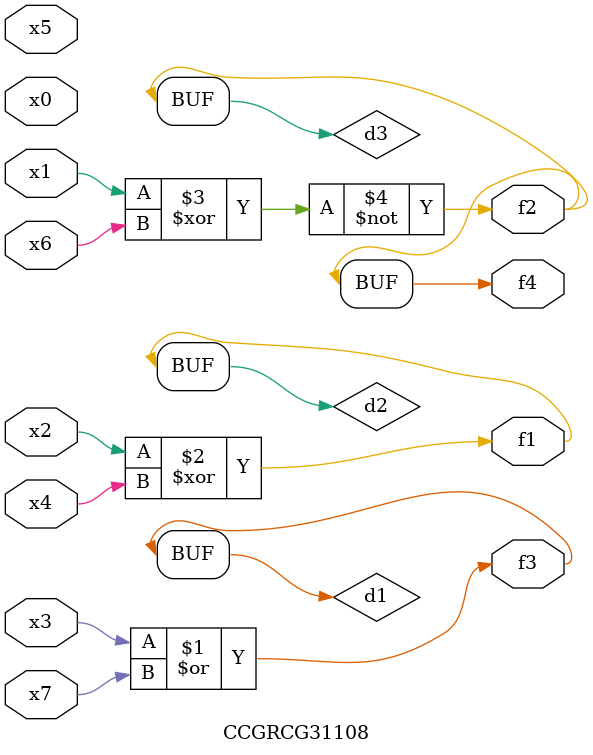
<source format=v>
module CCGRCG31108(
	input x0, x1, x2, x3, x4, x5, x6, x7,
	output f1, f2, f3, f4
);

	wire d1, d2, d3;

	or (d1, x3, x7);
	xor (d2, x2, x4);
	xnor (d3, x1, x6);
	assign f1 = d2;
	assign f2 = d3;
	assign f3 = d1;
	assign f4 = d3;
endmodule

</source>
